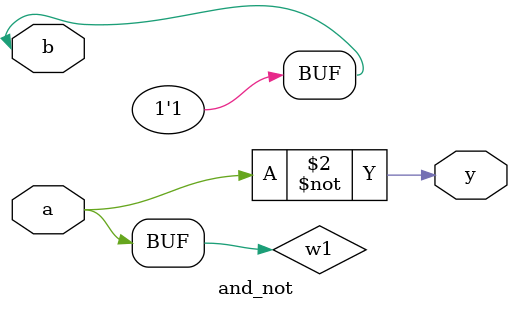
<source format=v>
/*module not1(a,y);
  input a;
  output y;
  not n1(y,a);
endmodule */
//*************************xor gate**************************
/*module xor1(a,b,y);
  input a,b;
  output y;
  assign b=1'b1;
  assign y=a^b;
endmodule */
//*************************xnor gate**************************
/*module xnor1(a,b,y);
  input a,b;
  output y;
  assign b=1'b0;
  assign y=~(a^b);
endmodule*/ 
//***********************or gate and not gate ****************
/*module or_not(a,b,y);
  input a,b;
  output y;
  wire w1;
  assign b=1'b0;
  assign w1=a|b;
  assign y=~(w1);
endmodule */
//***********************and gate and not gate ****************
module and_not(a,b,y);
  input a,b;
  output y;
  wire w1;
  assign b=1'b1;
  assign w1=a&b;
  assign y=~(w1);
endmodule 
</source>
